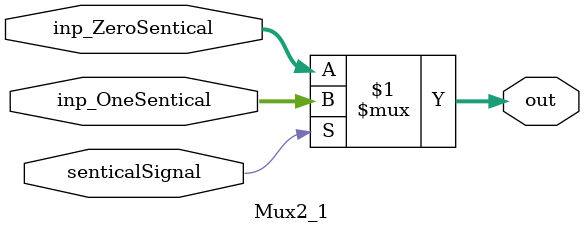
<source format=v>
`timescale 1ns / 1ps
module Mux2_1 #(parameter WIDTH = 8)
(input  [WIDTH-1:0] inp_ZeroSentical, inp_OneSentical, input senticalSignal, output [WIDTH-1:0] out);
assign out = senticalSignal ? inp_OneSentical : inp_ZeroSentical; 
endmodule



</source>
